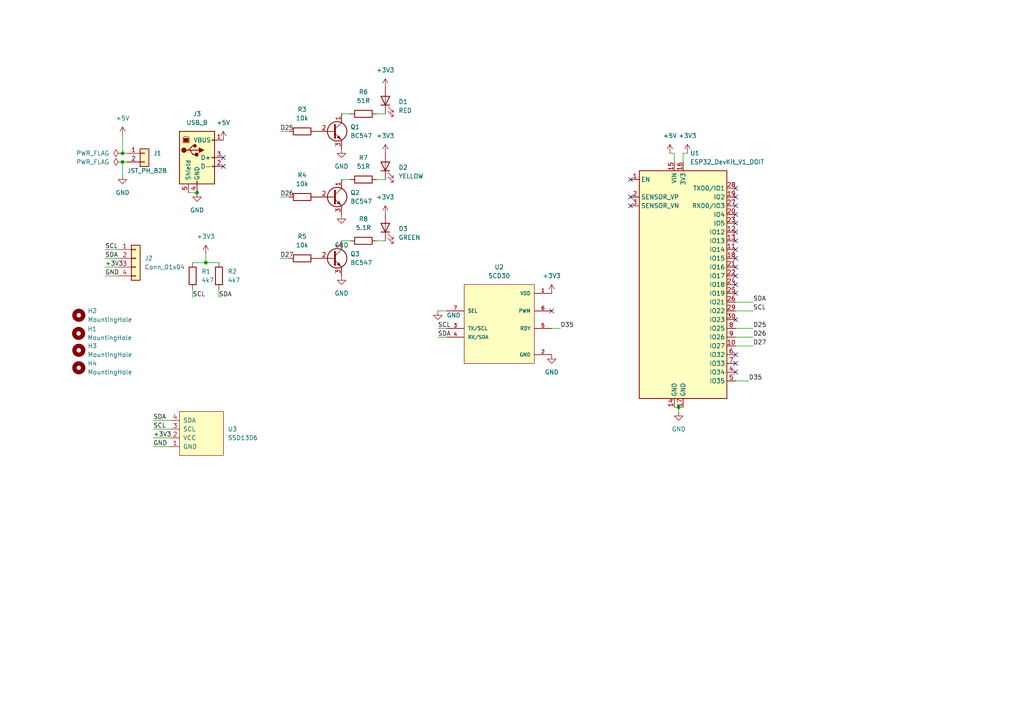
<source format=kicad_sch>
(kicad_sch (version 20211123) (generator eeschema)
  (paper "A4")
  (title_block (date "2022-06-03") (rev "0.5"))
  (lib_symbols
    (symbol "Connector:USB_B" (pin_names (offset 1.016))
      (property "Reference" "J" (at -5.08 11.43 0))
      (property "Value" "USB_B" (at -5.08 8.89 0))
      (symbol "USB_B_0_1"
        (rectangle (start -5.08 -7.62) (end 5.08 7.62) (stroke (width 0.254)) (fill (type background)))
        (circle (center -3.81 2.159) (radius 0.635) (stroke (width 0.254)) (fill (type outline)))
        (rectangle (start -3.81 5.588) (end -2.54 4.572) (fill (type outline)))
        (circle (center -0.635 3.429) (radius 0.381) (stroke (width 0.254)) (fill (type outline)))
        (rectangle (start -0.127 -7.62) (end 0.127 -6.858))
        (polyline (pts (xy -1.905 2.159) (xy 0.635 2.159)) (stroke (width 0.254)))
        (polyline (pts (xy -3.175 2.159) (xy -2.54 2.159) (xy -1.27 3.429) (xy -0.635 3.429)) (stroke (width 0.254)))
        (polyline (pts (xy -2.54 2.159) (xy -1.905 2.159) (xy -1.27 0.889) (xy 0 0.889)) (stroke (width 0.254)))
        (polyline (pts (xy 0.635 2.794) (xy 0.635 1.524) (xy 1.905 2.159) (xy 0.635 2.794)) (stroke (width 0.254)) (fill (type outline)))
        (polyline (pts (xy -4.064 4.318) (xy -2.286 4.318) (xy -2.286 5.715) (xy -2.667 6.096) (xy -3.683 6.096) (xy -4.064 5.715) (xy -4.064 4.318)))
        (rectangle (start 0.254 1.27) (end -0.508 0.508) (stroke (width 0.254)) (fill (type outline)))
        (rectangle (start 5.08 -2.667) (end 4.318 -2.413))
        (rectangle (start 5.08 -0.127) (end 4.318 0.127))
        (rectangle (start 5.08 4.953) (end 4.318 5.207))
      )
      (symbol "USB_B_1_1"
        (pin power_out line (at 7.62 5.08 180) (length 2.54) (name "VBUS") (number "1"))
        (pin bidirectional line (at 7.62 -2.54 180) (length 2.54) (name "D-") (number "2"))
        (pin bidirectional line (at 7.62 0 180) (length 2.54) (name "D+") (number "3"))
        (pin power_out line (at 0 -10.16 90) (length 2.54) (name "GND") (number "4"))
        (pin passive line (at -2.54 -10.16 90) (length 2.54) (name "Shield") (number "5"))
      )
    )
    (symbol "Connector_Generic:Conn_01x02" (pin_names (offset 1.016) hide)
      (property "Reference" "J" (at 0 2.54 0))
      (property "Value" "Conn_01x02" (at 0 -5.08 0))
      (symbol "Conn_01x02_1_1"
        (rectangle (start -1.27 -2.413) (end 0 -2.667) (stroke (width 0.1524)))
        (rectangle (start -1.27 0.127) (end 0 -0.127) (stroke (width 0.1524)))
        (rectangle (start -1.27 1.27) (end 1.27 -3.81) (stroke (width 0.254)) (fill (type background)))
        (pin passive line (at -5.08 0 0) (length 3.81) (name "Pin_1") (number "1"))
        (pin passive line (at -5.08 -2.54 0) (length 3.81) (name "Pin_2") (number "2"))
      )
    )
    (symbol "Connector_Generic:Conn_01x04" (pin_names (offset 1.016) hide)
      (property "Reference" "J" (at 0 5.08 0))
      (property "Value" "Conn_01x04" (at 0 -7.62 0))
      (symbol "Conn_01x04_1_1"
        (rectangle (start -1.27 -4.953) (end 0 -5.207) (stroke (width 0.1524)))
        (rectangle (start -1.27 -2.413) (end 0 -2.667) (stroke (width 0.1524)))
        (rectangle (start -1.27 0.127) (end 0 -0.127) (stroke (width 0.1524)))
        (rectangle (start -1.27 2.667) (end 0 2.413) (stroke (width 0.1524)))
        (rectangle (start -1.27 3.81) (end 1.27 -6.35) (stroke (width 0.254)) (fill (type background)))
        (pin passive line (at -5.08 2.54 0) (length 3.81) (name "Pin_1") (number "1"))
        (pin passive line (at -5.08 0 0) (length 3.81) (name "Pin_2") (number "2"))
        (pin passive line (at -5.08 -2.54 0) (length 3.81) (name "Pin_3") (number "3"))
        (pin passive line (at -5.08 -5.08 0) (length 3.81) (name "Pin_4") (number "4"))
      )
    )
    (symbol "Device:LED" (pin_numbers hide) (pin_names (offset 1.016) hide)
      (property "Reference" "D" (at 0 2.54 0))
      (property "Value" "LED" (at 0 -2.54 0))
      (symbol "LED_0_1"
        (polyline (pts (xy -1.27 -1.27) (xy -1.27 1.27)) (stroke (width 0.254)))
        (polyline (pts (xy -1.27 0) (xy 1.27 0)))
        (polyline (pts (xy 1.27 -1.27) (xy 1.27 1.27) (xy -1.27 0) (xy 1.27 -1.27)) (stroke (width 0.254)))
        (polyline (pts (xy -3.048 -0.762) (xy -4.572 -2.286) (xy -3.81 -2.286) (xy -4.572 -2.286) (xy -4.572 -1.524)))
        (polyline (pts (xy -1.778 -0.762) (xy -3.302 -2.286) (xy -2.54 -2.286) (xy -3.302 -2.286) (xy -3.302 -1.524)))
      )
      (symbol "LED_1_1"
        (pin passive line (at -3.81 0 0) (length 2.54) (name "K") (number "1"))
        (pin passive line (at 3.81 0 180) (length 2.54) (name "A") (number "2"))
      )
    )
    (symbol "Device:R" (pin_numbers hide) (pin_names (offset 0))
      (property "Reference" "R" (at 2.032 0 90))
      (property "Value" "R" (at 0 0 90))
      (symbol "R_0_1"
        (rectangle (start -1.016 -2.54) (end 1.016 2.54) (stroke (width 0.254)))
      )
      (symbol "R_1_1"
        (pin passive line (at 0 3.81 270) (length 1.27) (name "~") (number "1"))
        (pin passive line (at 0 -3.81 90) (length 1.27) (name "~") (number "2"))
      )
    )
    (symbol "ESP32DEVKIT:ESP32_DevKit_V1_DOIT"
      (property "Reference" "U" (at -11.43 34.29 0))
      (property "Value" "ESP32_DevKit_V1_DOIT" (at 11.43 34.29 0))
      (symbol "ESP32_DevKit_V1_DOIT_1_1"
        (rectangle (start -12.7 33.02) (end 12.7 -33.02) (stroke (width 0.254)) (fill (type background)))
        (pin input line (at -15.24 30.48 0) (length 2.54) (name "EN") (number "1"))
        (pin bidirectional line (at 15.24 -17.78 180) (length 2.54) (name "IO27") (number "10"))
        (pin bidirectional line (at 15.24 10.16 180) (length 2.54) (name "IO14") (number "11"))
        (pin bidirectional line (at 15.24 15.24 180) (length 2.54) (name "IO12") (number "12"))
        (pin bidirectional line (at 15.24 12.7 180) (length 2.54) (name "IO13") (number "13"))
        (pin power_in line (at -2.54 -35.56 90) (length 2.54) (name "GND") (number "14"))
        (pin power_in line (at -2.54 35.56 270) (length 2.54) (name "VIN") (number "15"))
        (pin power_in line (at 0 35.56 270) (length 2.54) (name "3V3") (number "16"))
        (pin power_in line (at 0 -35.56 90) (length 2.54) (name "GND") (number "17"))
        (pin bidirectional line (at 15.24 7.62 180) (length 2.54) (name "IO15") (number "18"))
        (pin bidirectional line (at 15.24 25.4 180) (length 2.54) (name "IO2") (number "19"))
        (pin input line (at -15.24 25.4 0) (length 2.54) (name "SENSOR_VP") (number "2"))
        (pin bidirectional line (at 15.24 20.32 180) (length 2.54) (name "IO4") (number "20"))
        (pin bidirectional line (at 15.24 5.08 180) (length 2.54) (name "IO16") (number "21"))
        (pin bidirectional line (at 15.24 2.54 180) (length 2.54) (name "IO17") (number "22"))
        (pin bidirectional line (at 15.24 17.78 180) (length 2.54) (name "IO5") (number "23"))
        (pin bidirectional line (at 15.24 0 180) (length 2.54) (name "IO18") (number "24"))
        (pin bidirectional line (at 15.24 -2.54 180) (length 2.54) (name "IO19") (number "25"))
        (pin bidirectional line (at 15.24 -5.08 180) (length 2.54) (name "IO21") (number "26"))
        (pin bidirectional line (at 15.24 22.86 180) (length 2.54) (name "RXD0/IO3") (number "27"))
        (pin bidirectional line (at 15.24 27.94 180) (length 2.54) (name "TXD0/IO1") (number "28"))
        (pin bidirectional line (at 15.24 -7.62 180) (length 2.54) (name "IO22") (number "29"))
        (pin input line (at -15.24 22.86 0) (length 2.54) (name "SENSOR_VN") (number "3"))
        (pin bidirectional line (at 15.24 -10.16 180) (length 2.54) (name "IO23") (number "30"))
        (pin input line (at 15.24 -25.4 180) (length 2.54) (name "IO34") (number "4"))
        (pin input line (at 15.24 -27.94 180) (length 2.54) (name "IO35") (number "5"))
        (pin bidirectional line (at 15.24 -20.32 180) (length 2.54) (name "IO32") (number "6"))
        (pin bidirectional line (at 15.24 -22.86 180) (length 2.54) (name "IO33") (number "7"))
        (pin bidirectional line (at 15.24 -12.7 180) (length 2.54) (name "IO25") (number "8"))
        (pin bidirectional line (at 15.24 -15.24 180) (length 2.54) (name "IO26") (number "9"))
      )
    )
    (symbol "Mechanical:MountingHole" (pin_names (offset 1.016))
      (property "Reference" "H" (at 0 5.08 0))
      (property "Value" "MountingHole" (at 0 3.175 0))
      (symbol "MountingHole_0_1"
        (circle (center 0 0) (radius 1.27) (stroke (width 1.27)))
      )
    )
    (symbol "SCD30:SCD30" (pin_names (offset 1.016))
      (property "Reference" "U" (at -10.16 13.462 0))
      (property "Value" "SCD30" (at -10.16 -12.7 0))
      (symbol "SCD30_0_0"
        (rectangle (start -10.16 -10.16) (end 10.16 12.7) (stroke (width 0.1524)) (fill (type background)))
        (pin power_in line (at 15.24 10.16 180) (length 5.08) (name "VDD") (number "1"))
        (pin power_in line (at 15.24 -7.62 180) (length 5.08) (name "GND") (number "2"))
        (pin bidirectional line (at -15.24 0 0) (length 5.08) (name "TX/SCL") (number "3"))
        (pin bidirectional line (at -15.24 -2.54 0) (length 5.08) (name "RX/SDA") (number "4"))
        (pin bidirectional line (at 15.24 0 180) (length 5.08) (name "RDY") (number "5"))
        (pin output line (at 15.24 5.08 180) (length 5.08) (name "PWM") (number "6"))
        (pin input line (at -15.24 5.08 0) (length 5.08) (name "SEL") (number "7"))
      )
    )
    (symbol "SSD1306 OLED 128x64:SSD1306" (pin_names (offset 1.016))
      (property "Reference" "U" (at 0 -3.81 0))
      (property "Value" "SSD1306" (at 0 -1.27 0))
      (symbol "SSD1306_0_1"
        (rectangle (start -6.35 6.35) (end 6.35 -6.35) (fill (type background)))
      )
      (symbol "SSD1306_1_1"
        (pin input line (at -3.81 8.89 270) (length 2.54) (name "GND") (number "1"))
        (pin input line (at -1.27 8.89 270) (length 2.54) (name "VCC") (number "2"))
        (pin input line (at 1.27 8.89 270) (length 2.54) (name "SCL") (number "3"))
        (pin input line (at 3.81 8.89 270) (length 2.54) (name "SDA") (number "4"))
      )
    )
    (symbol "Transistor_BJT:BC547" (pin_names (offset 0) hide)
      (property "Reference" "Q" (at 5.08 1.905 0))
      (property "Value" "BC547" (at 5.08 0 0))
      (symbol "BC547_0_1"
        (polyline (pts (xy 0 0) (xy 0.635 0)))
        (polyline (pts (xy 0.635 0.635) (xy 2.54 2.54)))
        (polyline (pts (xy 0.635 -0.635) (xy 2.54 -2.54) (xy 2.54 -2.54)))
        (polyline (pts (xy 0.635 1.905) (xy 0.635 -1.905) (xy 0.635 -1.905)) (stroke (width 0.508)))
        (polyline (pts (xy 1.27 -1.778) (xy 1.778 -1.27) (xy 2.286 -2.286) (xy 1.27 -1.778) (xy 1.27 -1.778)) (fill (type outline)))
        (circle (center 1.27 0) (radius 2.8194) (stroke (width 0.254)))
      )
      (symbol "BC547_1_1"
        (pin passive line (at 2.54 5.08 270) (length 2.54) (name "C") (number "1"))
        (pin input line (at -5.08 0 0) (length 5.08) (name "B") (number "2"))
        (pin passive line (at 2.54 -5.08 90) (length 2.54) (name "E") (number "3"))
      )
    )
    (symbol "power:+3V3" (power) (pin_names (offset 0))
      (property "Value" "+3V3" (at 0 3.556 0))
      (symbol "+3V3_0_1"
        (polyline (pts (xy -0.762 1.27) (xy 0 2.54)))
        (polyline (pts (xy 0 0) (xy 0 2.54)))
        (polyline (pts (xy 0 2.54) (xy 0.762 1.27)))
      )
      (symbol "+3V3_1_1"
        (pin power_in line (at 0 0 90) (length 0) hide (name "+3V3") (number "1"))
      )
    )
    (symbol "power:+5V" (power) (pin_names (offset 0))
      (property "Value" "+5V" (at 0 3.556 0))
      (symbol "+5V_0_1"
        (polyline (pts (xy -0.762 1.27) (xy 0 2.54)))
        (polyline (pts (xy 0 0) (xy 0 2.54)))
        (polyline (pts (xy 0 2.54) (xy 0.762 1.27)))
      )
      (symbol "+5V_1_1"
        (pin power_in line (at 0 0 90) (length 0) hide (name "+5V") (number "1"))
      )
    )
    (symbol "power:GND" (power) (pin_names (offset 0))
      (property "Value" "GND" (at 0 -3.81 0))
      (symbol "GND_0_1"
        (polyline (pts (xy 0 0) (xy 0 -1.27) (xy 1.27 -1.27) (xy 0 -2.54) (xy -1.27 -1.27) (xy 0 -1.27)))
      )
      (symbol "GND_1_1"
        (pin power_in line (at 0 0 270) (length 0) hide (name "GND") (number "1"))
      )
    )
    (symbol "power:PWR_FLAG" (power) (pin_numbers hide) (pin_names (offset 0) hide)
      (property "Value" "PWR_FLAG" (at 0 3.81 0))
      (symbol "PWR_FLAG_0_0"
        (pin power_out line (at 0 0 90) (length 0) (name "pwr") (number "1"))
      )
      (symbol "PWR_FLAG_0_1"
        (polyline (pts (xy 0 0) (xy 0 1.27) (xy -1.016 1.905) (xy 0 2.54) (xy 1.016 1.905) (xy 0 1.27)))
      )
    )
  )
  (junction (at 196.85 118.11))
  (junction (at 59.69 76.2))
  (junction (at 35.56 44.45))
  (junction (at 57.15 55.88))
  (junction (at 35.56 46.99))
  (no_connect (at 64.77 48.26))
  (no_connect (at 64.77 45.72))
  (no_connect (at 182.88 52.07))
  (no_connect (at 182.88 57.15))
  (no_connect (at 182.88 59.69))
  (no_connect (at 213.36 107.95))
  (no_connect (at 213.36 92.71))
  (no_connect (at 213.36 54.61))
  (no_connect (at 213.36 74.93))
  (no_connect (at 213.36 72.39))
  (no_connect (at 213.36 69.85))
  (no_connect (at 213.36 67.31))
  (no_connect (at 213.36 64.77))
  (no_connect (at 213.36 62.23))
  (no_connect (at 213.36 59.69))
  (no_connect (at 213.36 57.15))
  (no_connect (at 213.36 105.41))
  (no_connect (at 213.36 102.87))
  (no_connect (at 213.36 85.09))
  (no_connect (at 213.36 82.55))
  (no_connect (at 213.36 80.01))
  (no_connect (at 213.36 77.47))
  (no_connect (at 160.02 90.17))
  (wire (pts (xy 35.56 46.99) (xy 36.83 46.99)))
  (wire (pts (xy 213.36 95.25) (xy 218.44 95.25)))
  (wire (pts (xy 81.28 74.93) (xy 83.82 74.93)))
  (wire (pts (xy 55.88 76.2) (xy 59.69 76.2)))
  (wire (pts (xy 30.48 80.01) (xy 34.29 80.01)))
  (wire (pts (xy 213.36 100.33) (xy 218.44 100.33)))
  (wire (pts (xy 35.56 39.37) (xy 35.56 44.45)))
  (wire (pts (xy 127 95.25) (xy 129.54 95.25)))
  (wire (pts (xy 99.06 52.07) (xy 101.6 52.07)))
  (wire (pts (xy 30.48 74.93) (xy 34.29 74.93)))
  (wire (pts (xy 109.22 69.85) (xy 111.76 69.85)))
  (wire (pts (xy 44.45 121.92) (xy 49.53 121.92)))
  (wire (pts (xy 198.12 46.99) (xy 198.12 44.45)))
  (wire (pts (xy 160.02 95.25) (xy 162.56 95.25)))
  (wire (pts (xy 44.45 124.46) (xy 49.53 124.46)))
  (wire (pts (xy 81.28 57.15) (xy 83.82 57.15)))
  (wire (pts (xy 109.22 33.02) (xy 111.76 33.02)))
  (wire (pts (xy 195.58 118.11) (xy 196.85 118.11)))
  (wire (pts (xy 35.56 44.45) (xy 36.83 44.45)))
  (wire (pts (xy 99.06 69.85) (xy 101.6 69.85)))
  (wire (pts (xy 59.69 76.2) (xy 63.5 76.2)))
  (wire (pts (xy 35.56 46.99) (xy 35.56 50.8)))
  (wire (pts (xy 198.12 44.45) (xy 199.39 44.45)))
  (wire (pts (xy 63.5 83.82) (xy 63.5 86.36)))
  (wire (pts (xy 59.69 73.66) (xy 59.69 76.2)))
  (wire (pts (xy 213.36 97.79) (xy 218.44 97.79)))
  (wire (pts (xy 109.22 52.07) (xy 111.76 52.07)))
  (wire (pts (xy 81.28 38.1) (xy 83.82 38.1)))
  (wire (pts (xy 30.48 72.39) (xy 34.29 72.39)))
  (wire (pts (xy 55.88 83.82) (xy 55.88 86.36)))
  (wire (pts (xy 196.85 118.11) (xy 196.85 119.38)))
  (wire (pts (xy 44.45 129.54) (xy 49.53 129.54)))
  (wire (pts (xy 195.58 44.45) (xy 195.58 46.99)))
  (wire (pts (xy 213.36 110.49) (xy 217.17 110.49)))
  (wire (pts (xy 196.85 118.11) (xy 198.12 118.11)))
  (wire (pts (xy 44.45 127) (xy 49.53 127)))
  (wire (pts (xy 213.36 87.63) (xy 218.44 87.63)))
  (wire (pts (xy 127 97.79) (xy 129.54 97.79)))
  (wire (pts (xy 30.48 77.47) (xy 34.29 77.47)))
  (wire (pts (xy 127 90.17) (xy 129.54 90.17)))
  (wire (pts (xy 54.61 55.88) (xy 57.15 55.88)))
  (wire (pts (xy 194.31 44.45) (xy 195.58 44.45)))
  (wire (pts (xy 213.36 90.17) (xy 218.44 90.17)))
  (wire (pts (xy 99.06 33.02) (xy 101.6 33.02)))
  (label "D27" (at 81.28 74.93 0))
  (label "D26" (at 218.44 97.79 0))
  (label "D35" (at 217.17 110.49 0))
  (label "SDA" (at 44.45 121.92 0))
  (label "D27" (at 218.44 100.33 0))
  (label "SCL" (at 30.48 72.39 0))
  (label "D25" (at 81.28 38.1 0))
  (label "SCL" (at 218.44 90.17 0))
  (label "SDA" (at 30.48 74.93 0))
  (label "+3V3" (at 30.48 77.47 0))
  (label "+3V3" (at 44.45 127 0))
  (label "SDA" (at 63.5 86.36 0))
  (label "SCL" (at 55.88 86.36 0))
  (label "SDA" (at 218.44 87.63 0))
  (label "GND" (at 44.45 129.54 0))
  (label "SDA" (at 127 97.79 0))
  (label "D35" (at 162.56 95.25 0))
  (label "D25" (at 218.44 95.25 0))
  (label "GND" (at 30.48 80.01 0))
  (label "SCL" (at 44.45 124.46 0))
  (label "SCL" (at 127 95.25 0))
  (label "D26" (at 81.28 57.15 0))
  (symbol (lib_id "power:+3V3") (at 111.76 25.4 0) (unit 1)
    (property "Reference" "#PWR0110" (effects hide))
    (property "Value" "+3V3" (at 111.76 20.32 0))
  )
  (symbol (lib_id "power:GND") (at 127 90.17 0) (unit 1)
    (property "Reference" "#PWR0115" (effects hide))
    (property "Value" "GND" (at 129.54 91.4399 0) (effects (justify left)))
  )
  (symbol (lib_id "power:+3V3") (at 160.02 85.09 0) (unit 1)
    (property "Reference" "#PWR0117" (effects hide))
    (property "Value" "+3V3" (at 160.02 80.01 0))
  )
  (symbol (lib_id "Connector_Generic:Conn_01x04") (at 39.37 74.93 0) (unit 1)
    (property "Reference" "J2" (at 41.91 74.9299 0) (effects (justify left)))
    (property "Value" "Conn_01x04" (at 41.91 77.4699 0) (effects (justify left)))
    (property "Footprint" "Connector_JST:JST_PH_B4B-PH-K_1x04_P2.00mm_Vertical" (effects hide))
  )
  (symbol (lib_id "Device:LED") (at 111.76 29.21 90) (unit 1)
    (property "Reference" "D1" (at 115.57 29.5274 90) (effects (justify right)))
    (property "Value" "RED" (at 115.57 32.0674 90) (effects (justify right)))
    (property "Footprint" "LED_THT:LED_D5.0mm_Clear" (effects hide))
    (property "Datasheet" "HLMP-EG3A-WX0DD" (effects hide))
  )
  (symbol (lib_id "power:GND") (at 35.56 50.8 0) (unit 1)
    (property "Reference" "#PWR0101" (effects hide))
    (property "Value" "GND" (at 35.56 55.88 0))
  )
  (symbol (lib_id "power:GND") (at 57.15 55.88 0) (unit 1)
    (property "Reference" "#PWR0103" (effects hide))
    (property "Value" "GND" (at 57.15 60.96 0))
  )
  (symbol (lib_id "SCD30:SCD30") (at 144.78 95.25 0) (unit 1)
    (property "Reference" "U2" (at 144.78 77.47 0))
    (property "Value" "SCD30" (at 144.78 80.01 0))
    (property "Footprint" "SCD30:SCD30" (effects hide))
    (property "MAXIMUM_PACKAGE_HEIGHT" "7.0mm" (effects hide))
    (property "PARTREV" "D1" (effects hide))
    (property "MANUFACTURER" "Sensirion" (effects hide))
    (property "STANDARD" "Manufacturer Recommendations" (effects hide))
  )
  (symbol (lib_id "Connector_Generic:Conn_01x02") (at 41.91 44.45 0) (unit 1)
    (property "Reference" "J1" (at 44.45 44.4499 0) (effects (justify left)))
    (property "Value" "JST_PH_B2B" (at 36.83 49.53 0) (effects (justify left)))
    (property "Footprint" "Connector_JST:JST_PH_B2B-PH-K_1x02_P2.00mm_Vertical" (effects hide))
  )
  (symbol (lib_id "Device:R") (at 55.88 80.01 180) (unit 1)
    (property "Reference" "R1" (at 58.42 78.7399 0) (effects (justify right)))
    (property "Value" "4k7" (at 58.42 81.2799 0) (effects (justify right)))
    (property "Footprint" "Resistor_THT:R_Axial_DIN0207_L6.3mm_D2.5mm_P10.16mm_Horizontal" (effects hide))
  )
  (symbol (lib_id "power:+5V") (at 64.77 40.64 0) (unit 1)
    (property "Reference" "#PWR0104" (effects hide))
    (property "Value" "+5V" (at 64.77 35.56 0))
  )
  (symbol (lib_id "Device:R") (at 87.63 74.93 90) (unit 1)
    (property "Reference" "R5" (at 87.63 68.58 90))
    (property "Value" "10k" (at 87.63 71.12 90))
    (property "Footprint" "Resistor_THT:R_Axial_DIN0207_L6.3mm_D2.5mm_P10.16mm_Horizontal" (effects hide))
  )
  (symbol (lib_id "Device:R") (at 105.41 33.02 90) (unit 1)
    (property "Reference" "R6" (at 105.41 26.67 90))
    (property "Value" "51R" (at 105.41 29.21 90))
    (property "Footprint" "Resistor_THT:R_Axial_DIN0207_L6.3mm_D2.5mm_P10.16mm_Horizontal" (effects hide))
  )
  (symbol (lib_id "Device:R") (at 87.63 57.15 90) (unit 1)
    (property "Reference" "R4" (at 87.63 50.8 90))
    (property "Value" "10k" (at 87.63 53.34 90))
    (property "Footprint" "Resistor_THT:R_Axial_DIN0207_L6.3mm_D2.5mm_P10.16mm_Horizontal" (effects hide))
  )
  (symbol (lib_id "Connector:USB_B") (at 57.15 45.72 0) (unit 1)
    (property "Reference" "J3" (at 57.15 33.02 0))
    (property "Value" "USB_B" (at 57.15 35.56 0))
    (property "Footprint" "Connector_USB:USB_B_OST_USB-B1HSxx_Horizontal" (effects hide))
    (property "Datasheet" " ~" (effects hide))
  )
  (symbol (lib_id "Transistor_BJT:BC547") (at 96.52 38.1 0) (unit 1)
    (property "Reference" "Q1" (at 101.6 36.8299 0) (effects (justify left)))
    (property "Value" "BC547" (at 101.6 39.3699 0) (effects (justify left)))
    (property "Footprint" "Package_TO_SOT_THT:TO-92_Inline" (effects hide))
    (property "Datasheet" "https://www.onsemi.com/pub/Collateral/BC550-D.pdf" (effects hide))
  )
  (symbol (lib_id "Mechanical:MountingHole") (at 22.86 106.68 0) (unit 1) (in_bom no)
    (property "Reference" "H4" (at 25.4 105.4099 0) (effects (justify left)))
    (property "Value" "MountingHole" (at 25.4 107.9499 0) (effects (justify left)))
    (property "Footprint" "MountingHole:MountingHole_3.5mm" (effects hide))
  )
  (symbol (lib_id "power:PWR_FLAG") (at 35.56 46.99 90) (unit 1)
    (property "Reference" "#FLG0102" (effects hide))
    (property "Value" "PWR_FLAG" (at 31.75 46.9899 90) (effects (justify left)))
  )
  (symbol (lib_id "SSD1306 OLED 128x64:SSD1306") (at 58.42 125.73 90) (unit 1)
    (property "Reference" "U3" (at 66.04 124.4599 90) (effects (justify right)))
    (property "Value" "SSD1306" (at 66.04 126.9999 90) (effects (justify right)))
    (property "Footprint" "ssd1306 oled:OLED_128x64_0.96_small" (effects hide))
  )
  (symbol (lib_id "Device:LED") (at 111.76 48.26 90) (unit 1)
    (property "Reference" "D2" (at 115.57 48.5774 90) (effects (justify right)))
    (property "Value" "YELLOW" (at 115.57 51.1174 90) (effects (justify right)))
    (property "Footprint" "LED_THT:LED_D5.0mm_Clear" (effects hide))
    (property "Datasheet" "HLMP-EL3G-VX0DD" (effects hide))
  )
  (symbol (lib_id "power:GND") (at 196.85 119.38 0) (unit 1)
    (property "Reference" "#PWR0114" (effects hide))
    (property "Value" "GND" (at 196.85 124.46 0))
  )
  (symbol (lib_id "power:GND") (at 160.02 102.87 0) (unit 1)
    (property "Reference" "#PWR0116" (effects hide))
    (property "Value" "GND" (at 160.02 107.95 0))
  )
  (symbol (lib_id "power:PWR_FLAG") (at 35.56 44.45 90) (unit 1)
    (property "Reference" "#FLG0101" (effects hide))
    (property "Value" "PWR_FLAG" (at 31.75 44.4499 90) (effects (justify left)))
  )
  (symbol (lib_id "Device:R") (at 105.41 69.85 90) (unit 1)
    (property "Reference" "R8" (at 105.41 63.5 90))
    (property "Value" "5.1R" (at 105.41 66.04 90))
    (property "Footprint" "Resistor_THT:R_Axial_DIN0207_L6.3mm_D2.5mm_P10.16mm_Horizontal" (effects hide))
  )
  (symbol (lib_id "Device:R") (at 63.5 80.01 180) (unit 1)
    (property "Reference" "R2" (at 66.04 78.7399 0) (effects (justify right)))
    (property "Value" "4k7" (at 66.04 81.2799 0) (effects (justify right)))
    (property "Footprint" "Resistor_THT:R_Axial_DIN0207_L6.3mm_D2.5mm_P10.16mm_Horizontal" (effects hide))
  )
  (symbol (lib_id "Device:R") (at 105.41 52.07 90) (unit 1)
    (property "Reference" "R7" (at 105.41 45.72 90))
    (property "Value" "51R" (at 105.41 48.26 90))
    (property "Footprint" "Resistor_THT:R_Axial_DIN0207_L6.3mm_D2.5mm_P10.16mm_Horizontal" (effects hide))
  )
  (symbol (lib_id "power:GND") (at 99.06 80.01 0) (unit 1)
    (property "Reference" "#PWR0109" (effects hide))
    (property "Value" "GND" (at 99.06 85.09 0))
  )
  (symbol (lib_id "power:GND") (at 99.06 43.18 0) (unit 1)
    (property "Reference" "#PWR0105" (effects hide))
    (property "Value" "GND" (at 99.06 48.26 0))
  )
  (symbol (lib_id "power:+3V3") (at 199.39 44.45 0) (unit 1)
    (property "Reference" "#PWR0112" (effects hide))
    (property "Value" "+3V3" (at 199.39 39.37 0))
  )
  (symbol (lib_id "power:GND") (at 99.06 62.23 0) (unit 1)
    (property "Reference" "#PWR0108" (effects hide))
    (property "Value" "GND" (at 99.06 71.12 0))
  )
  (symbol (lib_id "ESP32DEVKIT:ESP32_DevKit_V1_DOIT") (at 198.12 82.55 0) (unit 1)
    (property "Reference" "U1" (at 200.1394 44.45 0) (effects (justify left)))
    (property "Value" "ESP32_DevKit_V1_DOIT" (at 200.1394 46.99 0) (effects (justify left)))
    (property "Footprint" "esp32_devkit_v1_doit:esp32_devkit_v1_doit" (effects hide))
    (property "Datasheet" "https://aliexpress.com/item/32864722159.html" (effects hide))
  )
  (symbol (lib_id "Device:LED") (at 111.76 66.04 90) (unit 1)
    (property "Reference" "D3" (at 115.57 66.3574 90) (effects (justify right)))
    (property "Value" "GREEN" (at 115.57 68.8974 90) (effects (justify right)))
    (property "Footprint" "LED_THT:LED_D5.0mm_Clear" (effects hide))
    (property "Datasheet" "LC503FPG1-30Q-A3-00001" (effects hide))
  )
  (symbol (lib_id "Device:R") (at 87.63 38.1 90) (unit 1)
    (property "Reference" "R3" (at 87.63 31.75 90))
    (property "Value" "10k" (at 87.63 34.29 90))
    (property "Footprint" "Resistor_THT:R_Axial_DIN0207_L6.3mm_D2.5mm_P10.16mm_Horizontal" (effects hide))
  )
  (symbol (lib_id "power:+3V3") (at 59.69 73.66 0) (unit 1)
    (property "Reference" "#PWR0111" (effects hide))
    (property "Value" "+3V3" (at 59.69 68.58 0))
  )
  (symbol (lib_id "power:+5V") (at 35.56 39.37 0) (unit 1)
    (property "Reference" "#PWR0102" (effects hide))
    (property "Value" "+5V" (at 35.56 34.29 0))
  )
  (symbol (lib_id "power:+3V3") (at 111.76 44.45 0) (unit 1)
    (property "Reference" "#PWR0106" (effects hide))
    (property "Value" "+3V3" (at 111.76 39.37 0))
  )
  (symbol (lib_id "Mechanical:MountingHole") (at 22.7968 96.7099 0) (unit 1) (in_bom no)
    (property "Reference" "H1" (at 25.3368 95.4398 0) (effects (justify left)))
    (property "Value" "MountingHole" (at 25.3368 97.9798 0) (effects (justify left)))
    (property "Footprint" "MountingHole:MountingHole_3.5mm" (effects hide))
  )
  (symbol (lib_id "power:+3V3") (at 111.76 62.23 0) (unit 1)
    (property "Reference" "#PWR0107" (effects hide))
    (property "Value" "+3V3" (at 111.76 57.15 0))
  )
  (symbol (lib_id "Transistor_BJT:BC547") (at 96.52 74.93 0) (unit 1)
    (property "Reference" "Q3" (at 101.6 73.6599 0) (effects (justify left)))
    (property "Value" "BC547" (at 101.6 76.1999 0) (effects (justify left)))
    (property "Footprint" "Package_TO_SOT_THT:TO-92_Inline" (effects hide))
    (property "Datasheet" "https://www.onsemi.com/pub/Collateral/BC550-D.pdf" (effects hide))
  )
  (symbol (lib_id "Mechanical:MountingHole") (at 22.86 101.6 0) (unit 1) (in_bom no)
    (property "Reference" "H3" (at 25.4 100.3299 0) (effects (justify left)))
    (property "Value" "MountingHole" (at 25.4 102.8699 0) (effects (justify left)))
    (property "Footprint" "MountingHole:MountingHole_3.5mm" (effects hide))
  )
  (symbol (lib_id "Transistor_BJT:BC547") (at 96.52 57.15 0) (unit 1)
    (property "Reference" "Q2" (at 101.6 55.8799 0) (effects (justify left)))
    (property "Value" "BC547" (at 101.6 58.4199 0) (effects (justify left)))
    (property "Footprint" "Package_TO_SOT_THT:TO-92_Inline" (effects hide))
    (property "Datasheet" "https://www.onsemi.com/pub/Collateral/BC550-D.pdf" (effects hide))
  )
  (symbol (lib_id "Mechanical:MountingHole") (at 22.86 91.44 0) (unit 1) (in_bom no)
    (property "Reference" "H2" (at 25.4 90.1699 0) (effects (justify left)))
    (property "Value" "MountingHole" (at 25.4 92.7099 0) (effects (justify left)))
    (property "Footprint" "MountingHole:MountingHole_3.5mm" (effects hide))
  )
  (symbol (lib_id "power:+5V") (at 194.31 44.45 0) (unit 1)
    (property "Reference" "#PWR0113" (effects hide))
    (property "Value" "+5V" (at 194.31 39.37 0))
  )
)
</source>
